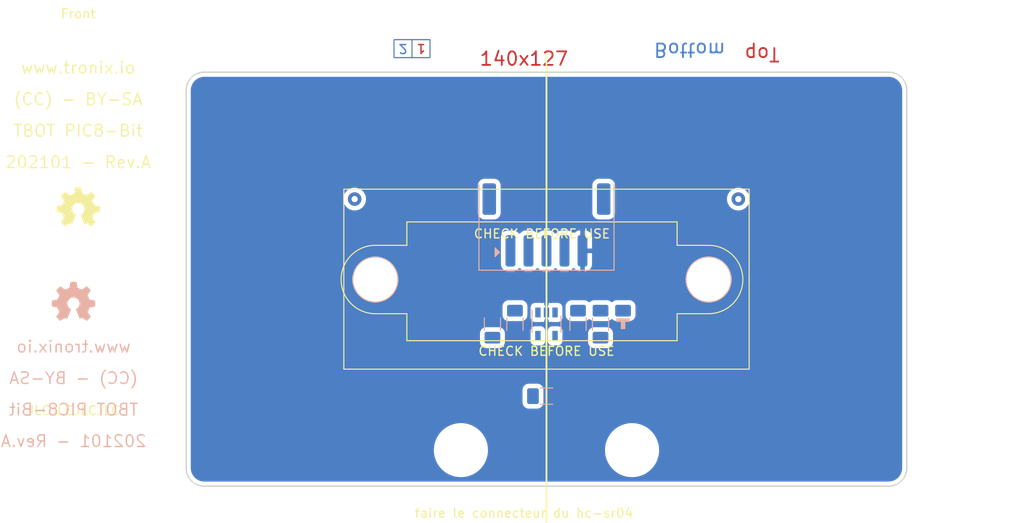
<source format=kicad_pcb>
(kicad_pcb (version 20210126) (generator pcbnew)
  (title_block (title "TBOT - Charger - 2x18650") (date "01/2021") (rev "A"))
  (layers (0 "F.Cu" signal) (31 "B.Cu" signal) (34 "B.Paste" user) (35 "F.Paste" user) (36 "B.SilkS" user "B.Silkscreen") (37 "F.SilkS" user "F.Silkscreen") (38 "B.Mask" user) (39 "F.Mask" user) (44 "Edge.Cuts" user))
  (net 0 "")
  (net 1 "GND")
  (net 2 "VCC")
  (net 3 "+5V")
  (net 4 "ENABLE")
  (net 5 "Net-(LED1-Pad2)")
  (footprint "tronixALL:M3-MASK" (layer "F.Cu") (at 149.5 146)
    (fp_text reference "H2" hide)
    (fp_text value "MOUNTING-HOLE-MASK-3MM" hide)
    (pad "" np_thru_hole circle (at 0 0) (size 3 3) (drill 3) (layers F&B.Cu *.Mask) (clearance 1.5))
  )
  (footprint "tronixALL:OSHW-5MM" (layer "F.Cu") (at 88 119)
    (fp_text reference "G***" hide)
    (fp_text value "LOGO" hide)
    (fp_poly (pts (xy 0.112503 -2.205305) (xy 0.188585 -2.204991) (xy 0.245175 -2.204139) (xy 0.285349 -2.202485) (xy 0.312183 -2.19976) (xy 0.328754 -2.195697) (xy 0.338137 -2.190029) (xy 0.343407 -2.182489) (xy 0.346067 -2.176502) (xy 0.351819 -2.155872) (xy 0.361219 -2.114019) (xy 0.373445 -2.054971) (xy 0.387673 -1.982754) (xy 0.403082 -1.901397) (xy 0.410766 -1.859685) (xy 0.426304 -1.776128) (xy 0.440921 -1.700487) (xy 0.453831 -1.636607) (xy 0.464245 -1.58833) (xy 0.471376 -1.559501) (xy 0.473495 -1.553524) (xy 0.487624 -1.543829) (xy 0.520987 -1.52669) (xy 0.568967 -1.504087) (xy 0.626948 -1.477998) (xy 0.690314 -1.450405) (xy 0.754449 -1.423285) (xy 0.814737 -1.398618) (xy 0.866561 -1.378383) (xy 0.905305 -1.36456) (xy 0.926354 -1.359128) (xy 0.92691 -1.359112) (xy 0.941518 -1.366107) (xy 0.97411 -1.385773) (xy 1.021624 -1.416127) (xy 1.080997 -1.455189) (xy 1.149167 -1.500978) (xy 1.204337 -1.538617) (xy 1.276991 -1.58813) (xy 1.343025 -1.632413) (xy 1.399403 -1.669487) (xy 1.443088 -1.697374) (xy 1.471043 -1.714097) (xy 1.47988 -1.718122) (xy 1.493641 -1.709282) (xy 1.521915 -1.684807) (xy 1.561669 -1.647768) (xy 1.609873 -1.601234) (xy 1.663495 -1.548276) (xy 1.719505 -1.491962) (xy 1.774871 -1.435363) (xy 1.826562 -1.381549) (xy 1.871548 -1.33359) (xy 1.906797 -1.294555) (xy 1.929278 -1.267514) (xy 1.936093 -1.256075) (xy 1.930212 -1.239792) (xy 1.912193 -1.207543) (xy 1.881475 -1.158462) (xy 1.837495 -1.091686) (xy 1.779689 -1.00635) (xy 1.707495 -0.901591) (xy 1.671879 -0.850344) (xy 1.638824 -0.80126) (xy 1.612148 -0.758563) (xy 1.594893 -0.727324) (xy 1.589904 -0.713655) (xy 1.594754 -0.697334) (xy 1.608013 -0.662128) (xy 1.62775 -0.612617) (xy 1.652031 -0.55338) (xy 1.678922 -0.488996) (xy 1.706491 -0.424047) (xy 1.732803 -0.363111) (xy 1.755927 -0.310768) (xy 1.773928 -0.271598) (xy 1.784874 -0.25018) (xy 1.786526 -0.247868) (xy 1.800495 -0.243726) (xy 1.836105 -0.235699) (xy 1.889773 -0.224522) (xy 1.957915 -0.210929) (xy 2.036948 -0.195656) (xy 2.090365 -0.185568) (xy 2.175183 -0.169544) (xy 2.252099 -0.15474) (xy 2.317349 -0.141901) (xy 2.367173 -0.131773) (xy 2.397809 -0.125104) (xy 2.405431 -0.123066) (xy 2.411063 -0.116814) (xy 2.415426 -0.101095) (xy 2.418668 -0.073197) (xy 2.420933 -0.030409) (xy 2.422366 0.02998) (xy 2.423114 0.110684) (xy 2.423321 0.210293) (xy 2.423202 0.310587) (xy 2.422711 0.388201) (xy 2.421649 0.446096) (xy 2.419816 0.487237) (xy 2.417013 0.514584) (xy 2.41304 0.531101) (xy 2.407697 0.53975) (xy 2.400883 0.543466) (xy 2.378661 0.548625) (xy 2.338314 0.556746) (xy 2.286985 0.566415) (xy 2.263049 0.570744) (xy 2.127407 0.595376) (xy 2.016332 0.616479) (xy 1.929018 0.634225) (xy 1.864656 0.64879) (xy 1.82244 0.660347) (xy 1.801562 0.66907) (xy 1.79987 0.670496) (xy 1.791465 0.686078) (xy 1.775685 0.720992) (xy 1.754362 0.770707) (xy 1.729327 0.830694) (xy 1.702414 0.896422) (xy 1.675454 0.96336) (xy 1.650281 1.026979) (xy 1.628726 1.082748) (xy 1.612622 1.126137) (xy 1.603801 1.152615) (xy 1.602692 1.157988) (xy 1.610028 1.172767) (xy 1.63143 1.207108) (xy 1.666036 1.259722) (xy 1.712983 1.329322) (xy 1.771408 1.414621) (xy 1.840447 1.51433) (xy 1.867654 1.553391) (xy 1.897811 1.599113) (xy 1.921185 1.639288) (xy 1.934376 1.667841) (xy 1.936093 1.675677) (xy 1.927103 1.692014) (xy 1.901418 1.723855) (xy 1.860965 1.769075) (xy 1.807672 1.82555) (xy 1.743466 1.891154) (xy 1.71296 1.921664) (xy 1.643302 1.990709) (xy 1.589314 2.043494) (xy 1.548612 2.081971) (xy 1.518813 2.108091) (xy 1.497532 2.123805) (xy 1.482386 2.131066) (xy 1.470991 2.131825) (xy 1.460964 2.128033) (xy 1.460917 2.128008) (xy 1.441892 2.116253) (xy 1.405419 2.09234) (xy 1.355138 2.058707) (xy 1.294686 2.017792) (xy 1.227702 1.972033) (xy 1.210483 1.960205) (xy 1.143557 1.914694) (xy 1.083189 1.874607) (xy 1.032748 1.842104) (xy 0.995605 1.819344) (xy 0.975129 1.808488) (xy 0.972784 1.807875) (xy 0.955044 1.813477) (xy 0.920428 1.82855) (xy 0.874685 1.850498) (xy 0.843591 1.866246) (xy 0.794692 1.890329) (xy 0.754091 1.908142) (xy 0.727189 1.917434) (xy 0.719661 1.917874) (xy 0.71184 1.904564) (xy 0.695873 1.87093) (xy 0.673276 1.820398) (xy 0.645566 1.756397) (xy 0.614262 1.682354) (xy 0.595951 1.638326) (xy 0.555205 1.539832) (xy 0.509885 1.430374) (xy 0.463588 1.318629) (xy 0.419909 1.213275) (xy 0.382617 1.123407) (xy 0.352192 1.049365) (xy 0.325466 0.982847) (xy 0.303922 0.927668) (xy 0.289044 0.887646) (xy 0.282318 0.866596) (xy 0.28208 0.86489) (xy 0.291868 0.850064) (xy 0.317767 0.825757) (xy 0.354572 0.796754) (xy 0.362216 0.791216) (xy 0.47362 0.699405) (xy 0.560778 0.600114) (xy 0.624272 0.492284) (xy 0.664684 0.374854) (xy 0.682594 0.246763) (xy 0.683668 0.205149) (xy 0.672966 0.079705) (xy 0.639876 -0.035509) (xy 0.583362 -0.143051) (xy 0.502387 -0.245478) (xy 0.500128 -0.247901) (xy 0.404266 -0.332655) (xy 0.297367 -0.395917) (xy 0.182586 -0.437559) (xy 0.063074 -0.45745) (xy -0.058015 -0.455461) (xy -0.177529 -0.431461) (xy -0.292317 -0.38532) (xy -0.399224 -0.316909) (xy -0.435557 -0.286461) (xy -0.524789 -0.19034) (xy -0.590858 -0.083248) (xy -0.63358 0.034398) (xy -0.65277 0.162186) (xy -0.653912 0.203806) (xy -0.64477 0.331905) (xy -0.616397 0.446756) (xy -0.567372 0.551025) (xy -0.496276 0.647379) (xy -0.401689 0.738486) (xy -0.345898 0.782346) (xy -0.305473 0.814275) (xy -0.274554 0.84243) (xy -0.257973 0.862253) (xy -0.256436 0.866724) (xy -0.261189 0.882472) (xy -0.274692 0.919019) (xy -0.295811 0.973504) (xy -0.323413 1.043065) (xy -0.356365 1.124837) (xy -0.393532 1.21596) (xy -0.424781 1.291835) (xy -0.466473 1.392714) (xy -0.506757 1.490316) (xy -0.54414 1.581016) (xy -0.57713 1.661187) (xy -0.604234 1.727202) (xy -0.623959 1.775436) (xy -0.631922 1.795053) (xy -0.656173 1.85428) (xy -0.675445 1.89208) (xy -0.695005 1.910535) (xy -0.720119 1.911726) (xy -0.756055 1.897735) (xy -0.80808 1.870643) (xy -0.814523 1.867212) (xy -0.863833 1.841835) (xy -0.905672 1.821875) (xy -0.934272 1.810004) (xy -0.942679 1.807875) (xy -0.957624 1.814831) (xy -0.990452 1.834339) (xy -1.037961 1.864353) (xy -1.096948 1.902829) (xy -1.164211 1.947723) (xy -1.20379 1.974558) (xy -1.273782 2.022017) (xy -1.336742 2.064219) (xy -1.389581 2.099132) (xy -1.429212 2.124728) (xy -1.452547 2.138976) (xy -1.457362 2.141242) (xy -1.468597 2.132572) (xy -1.495354 2.108206) (xy -1.53505 2.070611) (xy -1.585104 2.022252) (xy -1.642932 1.965596) (xy -1.688443 1.920545) (xy -1.754363 1.854061) (xy -1.811428 1.794627) (xy -1.857492 1.744605) (xy -1.890411 1.706358) (xy -1.908038 1.682247) (xy -1.910449 1.676115) (xy -1.903342 1.656709) (xy -1.88402 1.621725) (xy -1.855484 1.576225) (xy -1.822794 1.528185) (xy -1.761853 1.44109) (xy -1.706889 1.361082) (xy -1.659529 1.29063) (xy -1.621397 1.232204) (xy -1.594118 1.188276) (xy -1.579316 1.161316) (xy -1.577082 1.154608) (xy -1.581837 1.136716) (xy -1.594857 1.099854) (xy -1.614275 1.048609) (xy -1.638222 0.987568) (xy -1.664831 0.921316) (xy -1.692235 0.854442) (xy -1.718566 0.791531) (xy -1.741957 0.737171) (xy -1.76054 0.695948) (xy -1.772447 0.672449) (xy -1.774702 0.66925) (xy -1.791569 0.66222) (xy -1.829891 0.651729) (xy -1.885847 0.638647) (xy -1.955617 0.623842) (xy -2.035381 0.608183) (xy -2.07828 0.60022) (xy -2.161621 0.584627) (xy -2.236906 0.569745) (xy -2.300315 0.556391) (xy -2.348033 0.545387) (xy -2.37624 0.537551) (xy -2.381867 0.535051) (xy -2.387099 0.524908) (xy -2.390991 0.502231) (xy -2.393638 0.46456) (xy -2.395134 0.409435) (xy -2.395573 0.334397) (xy -2.39505 0.236985) (xy -2.394689 0.200194) (xy -2.391267 -0.121807) (xy -2.282282 -0.143659) (xy -2.229898 -0.153965) (xy -2.160108 -0.167419) (xy -2.080727 -0.182526) (xy -1.999569 -0.197795) (xy -1.970053 -0.203298) (xy -1.900658 -0.216734) (xy -1.840162 -0.229455) (xy -1.793065 -0.240437) (xy -1.763866 -0.248652) (xy -1.756665 -0.251967) (xy -1.746988 -0.268752) (xy -1.729936 -0.304533) (xy -1.707477 -0.354612) (xy -1.681582 -0.414291) (xy -1.654218 -0.478872) (xy -1.627353 -0.543658) (xy -1.602957 -0.60395) (xy -1.582998 -0.65505) (xy -1.569445 -0.692261) (xy -1.564266 -0.710885) (xy -1.564261 -0.711124) (xy -1.571273 -0.727773) (xy -1.590937 -0.762151) (xy -1.621195 -0.810982) (xy -1.659988 -0.870991) (xy -1.705259 -0.938901) (xy -1.732615 -0.979077) (xy -1.780965 -1.050145) (xy -1.82446 -1.115201) (xy -1.860949 -1.170937) (xy -1.888284 -1.214046) (xy -1.904314 -1.24122) (xy -1.907531 -1.248169) (xy -1.904717 -1.261112) (xy -1.890381 -1.283286) (xy -1.863069 -1.316351) (xy -1.821325 -1.361969) (xy -1.763692 -1.421801) (xy -1.691232 -1.494988) (xy -1.628982 -1.55669) (xy -1.572135 -1.611849) (xy -1.523344 -1.657988) (xy -1.485263 -1.692627) (xy -1.460542 -1.713289) (xy -1.452414 -1.718122) (xy -1.437782 -1.711105) (xy -1.405251 -1.6914) (xy -1.357928 -1.661025) (xy -1.298923 -1.621998) (xy -1.231343 -1.576338) (xy -1.183018 -1.543181) (xy -1.111112 -1.493886) (xy -1.04544 -1.44951) (xy -0.989183 -1.41215) (xy -0.945519 -1.383901) (xy -0.917627 -1.36686) (xy -0.90944 -1.362781) (xy -0.891885 -1.365776) (xy -0.855505 -1.377082) (xy -0.805012 -1.394838) (xy -0.745121 -1.417183) (xy -0.680546 -1.442257) (xy -0.616001 -1.468199) (xy -0.5562 -1.493147) (xy -0.505857 -1.515243) (xy -0.469686 -1.532623) (xy -0.45278 -1.543038) (xy -0.446293 -1.559308) (xy -0.436108 -1.597206) (xy -0.423041 -1.653118) (xy -0.407909 -1.723429) (xy -0.391528 -1.804525) (xy -0.378917 -1.870225) (xy -0.362481 -1.956759) (xy -0.347254 -2.035011) (xy -0.333961 -2.101421) (xy -0.323321 -2.152432) (xy -0.316058 -2.184486) (xy -0.31324 -2.193976) (xy -0.299005 -2.197095) (xy -0.262664 -2.199887) (xy -0.207755 -2.20223) (xy -0.137813 -2.204) (xy -0.056376 -2.205075) (xy 0.013853 -2.205351)) (layer "F.SilkS") (width 0) (fill solid))
  )
  (footprint "tronixALL:SHARP-GP2Y0A21" (layer "F.Cu") (at 139.5 127.0375)
    (fp_text reference "IR1" hide)
    (fp_text value "SHARP-GP2Y0A21")
    (fp_text user "CHECK BEFORE USE" (at 0 -5.08 unlocked) (layer "F.SilkS"))
    (fp_circle (center 18.5 0) (end 21 0) (layer "B.SilkS") (width 0.12) (fill none))
    (fp_circle (center -18.5 0) (end -16 0) (layer "B.SilkS") (width 0.12) (fill none))
    (fp_line (start -15 -3.8) (end -18.5 -3.8) (layer "F.SilkS") (width 0.12))
    (fp_line (start 15 -3.8) (end 15 -6.4) (layer "F.SilkS") (width 0.12))
    (fp_line (start 15 6.8) (end 15 3.8) (layer "F.SilkS") (width 0.12))
    (fp_line (start -15 -6.4) (end 15 -6.4) (layer "F.SilkS") (width 0.12))
    (fp_line (start 18.5 -3.8) (end 15 -3.8) (layer "F.SilkS") (width 0.12))
    (fp_line (start 15 3.8) (end 18.5 3.8) (layer "F.SilkS") (width 0.12))
    (fp_line (start -18.5 3.8) (end -15 3.8) (layer "F.SilkS") (width 0.12))
    (fp_line (start -15 6.8) (end 15 6.8) (layer "F.SilkS") (width 0.12))
    (fp_line (start -15 3.8) (end -15 6.8) (layer "F.SilkS") (width 0.12))
    (fp_line (start -15 -6.4) (end -15 -3.8) (layer "F.SilkS") (width 0.12))
    (fp_arc (start 18.5 0) (end 18.5 3.8) (angle -180) (layer "F.SilkS") (width 0.12))
    (fp_arc (start -18.5 0) (end -18.5 3.8) (angle 180) (layer "F.SilkS") (width 0.12))
    (pad "" np_thru_hole circle (at -18.5 0) (size 3 3) (drill 3) (layers F&B.Cu *.Mask) (clearance 1))
    (pad "" np_thru_hole circle (at 18.5 0) (size 3 3) (drill 3) (layers F&B.Cu *.Mask) (clearance 1))
  )
  (footprint "tronixALL:M3-MASK" (layer "F.Cu") (at 130.5 146)
    (fp_text reference "H1" hide)
    (fp_text value "MOUNTING-HOLE-MASK-3MM" hide)
    (pad "" np_thru_hole circle (at 0 0) (size 3 3) (drill 3) (layers F&B.Cu *.Mask) (clearance 1.5))
  )
  (footprint "tronixALL:HC-SR04" (layer "F.Cu") (at 140 127)
    (fp_text reference "HC1" hide)
    (fp_text value "HC-SR04")
    (fp_text user "CHECK BEFORE USE" (at 0 8 unlocked) (layer "F.SilkS"))
    (fp_rect (start -22.5 10) (end 22.5 -10) (layer "F.SilkS") (width 0.12) (fill none))
    (pad "MP" thru_hole circle (at -21.3 -8.9) (size 1.5 1.5) (drill 0.7) (layers *.Cu *.Mask))
    (pad "MP" thru_hole circle (at 21.3 -8.9) (size 1.5 1.5) (drill 0.7) (layers *.Cu *.Mask))
  )
  (footprint "tronixALL:CAPACITOR_1206" (layer "B.Cu") (at 136.5 132 -90)
    (fp_text reference "C1" hide)
    (fp_text value "C")
    (fp_line (start -0.7 -0.9) (end 0.7 -0.9) (layer "B.SilkS") (width 0.12))
    (fp_line (start -0.7 0.9) (end 0.7 0.9) (layer "B.SilkS") (width 0.12))
    (pad "1" smd roundrect (at -1.5 0 270) (size 1.3 1.75) (layers "B.Cu" "B.Paste" "B.Mask") (roundrect_rratio 0.154) (net 2 "VCC"))
    (pad "2" smd roundrect (at 1.5 0 270) (size 1.3 1.75) (layers "B.Cu" "B.Paste" "B.Mask") (roundrect_rratio 0.154) (net 1 "GND"))
  )
  (footprint "tronixALL:RESISTOR_1206" (layer "B.Cu") (at 146 132 90)
    (fp_text reference "R2" hide)
    (fp_text value "R")
    (fp_line (start -0.7 -0.9) (end 0.7 -0.9) (layer "B.SilkS") (width 0.12))
    (fp_line (start -0.7 0.9) (end 0.7 0.9) (layer "B.SilkS") (width 0.12))
    (pad "1" smd roundrect (at -1.5 0 90) (size 1.3 1.75) (layers "B.Cu" "B.Paste" "B.Mask") (roundrect_rratio 0.154) (net 3 "+5V"))
    (pad "2" smd roundrect (at 1.5 0 90) (size 1.3 1.75) (layers "B.Cu" "B.Paste" "B.Mask") (roundrect_rratio 0.154) (net 5 "Net-(LED1-Pad2)"))
  )
  (footprint "tronixALL:CAPACITOR_1206" (layer "B.Cu") (at 140 140)
    (fp_text reference "C3" hide)
    (fp_text value "C")
    (fp_line (start -0.7 0.9) (end 0.7 0.9) (layer "B.SilkS") (width 0.12))
    (fp_line (start -0.7 -0.9) (end 0.7 -0.9) (layer "B.SilkS") (width 0.12))
    (pad "1" smd roundrect (at -1.5 0) (size 1.3 1.75) (layers "B.Cu" "B.Paste" "B.Mask") (roundrect_rratio 0.154))
    (pad "2" smd roundrect (at 1.5 0) (size 1.3 1.75) (layers "B.Cu" "B.Paste" "B.Mask") (roundrect_rratio 0.154) (net 1 "GND"))
  )
  (footprint "tronixALL:RESISTOR_1206" (layer "B.Cu") (at 143.5 132 -90)
    (fp_text reference "R1" hide)
    (fp_text value "R")
    (fp_line (start -0.7 -0.9) (end 0.7 -0.9) (layer "B.SilkS") (width 0.12))
    (fp_line (start -0.7 0.9) (end 0.7 0.9) (layer "B.SilkS") (width 0.12))
    (pad "1" smd roundrect (at -1.5 0 270) (size 1.3 1.75) (layers "B.Cu" "B.Paste" "B.Mask") (roundrect_rratio 0.154) (net 4 "ENABLE"))
    (pad "2" smd roundrect (at 1.5 0 270) (size 1.3 1.75) (layers "B.Cu" "B.Paste" "B.Mask") (roundrect_rratio 0.154) (net 1 "GND"))
  )
  (footprint "tronixALL:SOT-23-5" (layer "B.Cu") (at 140 132 -90)
    (fp_text reference "IC1" hide)
    (fp_text value "MCP1755-SOT23")
    (fp_line (start 0.9 1.61) (end -1.55 1.61) (layer "B.SilkS") (width 0.12))
    (fp_line (start -0.9 -1.61) (end 0.9 -1.61) (layer "B.SilkS") (width 0.12))
    (pad "1" smd rect (at -1.3 0.95 270) (size 1.1 0.6) (layers "B.Cu" "B.Paste" "B.Mask") (net 2 "VCC"))
    (pad "2" smd rect (at -1.3 0 270) (size 1.1 0.6) (layers "B.Cu" "B.Paste" "B.Mask") (net 1 "GND"))
    (pad "3" smd rect (at -1.3 -0.95 270) (size 1.1 0.6) (layers "B.Cu" "B.Paste" "B.Mask") (net 4 "ENABLE"))
    (pad "4" smd rect (at 1.3 -0.95 270) (size 1.1 0.6) (layers "B.Cu" "B.Paste" "B.Mask"))
    (pad "5" smd rect (at 1.3 0.95 270) (size 1.1 0.6) (layers "B.Cu" "B.Paste" "B.Mask") (net 3 "+5V"))
  )
  (footprint "tronixALL:CAPACITOR_1206" (layer "B.Cu") (at 134 132 90)
    (fp_text reference "C2" hide)
    (fp_text value "C")
    (fp_line (start -0.7 0.9) (end 0.7 0.9) (layer "B.SilkS") (width 0.12))
    (fp_line (start -0.7 -0.9) (end 0.7 -0.9) (layer "B.SilkS") (width 0.12))
    (pad "1" smd roundrect (at -1.5 0 90) (size 1.3 1.75) (layers "B.Cu" "B.Paste" "B.Mask") (roundrect_rratio 0.154) (net 3 "+5V"))
    (pad "2" smd roundrect (at 1.5 0 90) (size 1.3 1.75) (layers "B.Cu" "B.Paste" "B.Mask") (roundrect_rratio 0.154) (net 1 "GND"))
  )
  (footprint "tronixALL:JST-S5B-PH-SM4-TB" (layer "B.Cu") (at 140 121)
    (fp_text reference "K1" hide)
    (fp_text value "JST-PH-S5B-SM4-TB")
    (fp_line (start -7.5 -4.5) (end -7.5 5) (layer "B.SilkS") (width 0.12))
    (fp_line (start -7.5 5) (end 7.5 5) (layer "B.SilkS") (width 0.12))
    (fp_line (start 7.5 5) (end 7.5 -4.5) (layer "B.SilkS") (width 0.12))
    (fp_poly (pts (xy -5.21 3.01) (xy -5.71 2.51) (xy -5.71 3.51)) (layer "B.SilkS") (width 0.1) (fill solid))
    (pad "1" smd roundrect (at -4 2.85) (size 1.1 3.5) (layers "B.Cu" "B.Paste" "B.Mask") (net 2 "VCC"))
    (pad "2" smd roundrect (at -2 2.85) (size 1.1 3.5) (layers "B.Cu" "B.Paste" "B.Mask") (net 4 "ENABLE"))
    (pad "3" smd roundrect (at 0 2.85) (size 1.1 3.5) (layers "B.Cu" "B.Paste" "B.Mask"))
    (pad "4" smd roundrect (at 2 2.85) (size 1.1 3.5) (layers "B.Cu" "B.Paste" "B.Mask"))
    (pad "5" smd roundrect (at 4 2.85) (size 1.1 3.5) (layers "B.Cu" "B.Paste" "B.Mask") (net 1 "GND"))
    (pad "MP" smd roundrect (at 6.35 -2.9) (size 1.5 3.5) (layers "B.Cu" "B.Paste" "B.Mask") (roundrect_rratio 0.167))
    (pad "MP" smd roundrect (at -6.35 -2.9) (size 1.5 3.5) (layers "B.Cu" "B.Paste" "B.Mask") (roundrect_rratio 0.167))
  )
  (footprint "tronixALL:LED_1206" (layer "B.Cu") (at 148.5 132 90)
    (fp_text reference "LED1" hide)
    (fp_text value "LED")
    (fp_poly (pts (xy 0.6 -0.7) (xy 0.3 -0.7) (xy 0.3 -0.2) (xy -0.5 -0.2) (xy -0.5 0.2) (xy 0.3 0.2) (xy 0.3 0.7) (xy 0.6 0.7)) (layer "B.SilkS") (width 0.1) (fill solid))
    (pad "1" smd roundrect (at -1.5 0 90) (size 1.3 1.75) (layers "B.Cu" "B.Paste" "B.Mask") (roundrect_rratio 0.154) (net 1 "GND"))
    (pad "2" smd roundrect (at 1.5 0 90) (size 1.3 1.75) (layers "B.Cu" "B.Paste" "B.Mask") (roundrect_rratio 0.154) (net 5 "Net-(LED1-Pad2)"))
  )
  (footprint "tronixALL:OSHW-5MM" (layer "B.Cu") (at 87.5 129.5 180)
    (fp_text reference "G***" hide)
    (fp_text value "LOGO" hide)
    (fp_poly (pts (xy 0.112503 2.205305) (xy 0.188585 2.204991) (xy 0.245175 2.204139) (xy 0.285349 2.202485) (xy 0.312183 2.19976) (xy 0.328754 2.195697) (xy 0.338137 2.190029) (xy 0.343407 2.182489) (xy 0.346067 2.176502) (xy 0.351819 2.155872) (xy 0.361219 2.114019) (xy 0.373445 2.054971) (xy 0.387673 1.982754) (xy 0.403082 1.901397) (xy 0.410766 1.859685) (xy 0.426304 1.776128) (xy 0.440921 1.700487) (xy 0.453831 1.636607) (xy 0.464245 1.58833) (xy 0.471376 1.559501) (xy 0.473495 1.553524) (xy 0.487624 1.543829) (xy 0.520987 1.52669) (xy 0.568967 1.504087) (xy 0.626948 1.477998) (xy 0.690314 1.450405) (xy 0.754449 1.423285) (xy 0.814737 1.398618) (xy 0.866561 1.378383) (xy 0.905305 1.36456) (xy 0.926354 1.359128) (xy 0.92691 1.359112) (xy 0.941518 1.366107) (xy 0.97411 1.385773) (xy 1.021624 1.416127) (xy 1.080997 1.455189) (xy 1.149167 1.500978) (xy 1.204337 1.538617) (xy 1.276991 1.58813) (xy 1.343025 1.632413) (xy 1.399403 1.669487) (xy 1.443088 1.697374) (xy 1.471043 1.714097) (xy 1.47988 1.718122) (xy 1.493641 1.709282) (xy 1.521915 1.684807) (xy 1.561669 1.647768) (xy 1.609873 1.601234) (xy 1.663495 1.548276) (xy 1.719505 1.491962) (xy 1.774871 1.435363) (xy 1.826562 1.381549) (xy 1.871548 1.33359) (xy 1.906797 1.294555) (xy 1.929278 1.267514) (xy 1.936093 1.256075) (xy 1.930212 1.239792) (xy 1.912193 1.207543) (xy 1.881475 1.158462) (xy 1.837495 1.091686) (xy 1.779689 1.00635) (xy 1.707495 0.901591) (xy 1.671879 0.850344) (xy 1.638824 0.80126) (xy 1.612148 0.758563) (xy 1.594893 0.727324) (xy 1.589904 0.713655) (xy 1.594754 0.697334) (xy 1.608013 0.662128) (xy 1.62775 0.612617) (xy 1.652031 0.55338) (xy 1.678922 0.488996) (xy 1.706491 0.424047) (xy 1.732803 0.363111) (xy 1.755927 0.310768) (xy 1.773928 0.271598) (xy 1.784874 0.25018) (xy 1.786526 0.247868) (xy 1.800495 0.243726) (xy 1.836105 0.235699) (xy 1.889773 0.224522) (xy 1.957915 0.210929) (xy 2.036948 0.195656) (xy 2.090365 0.185568) (xy 2.175183 0.169544) (xy 2.252099 0.15474) (xy 2.317349 0.141901) (xy 2.367173 0.131773) (xy 2.397809 0.125104) (xy 2.405431 0.123066) (xy 2.411063 0.116814) (xy 2.415426 0.101095) (xy 2.418668 0.073197) (xy 2.420933 0.030409) (xy 2.422366 -0.02998) (xy 2.423114 -0.110684) (xy 2.423321 -0.210293) (xy 2.423202 -0.310587) (xy 2.422711 -0.388201) (xy 2.421649 -0.446096) (xy 2.419816 -0.487237) (xy 2.417013 -0.514584) (xy 2.41304 -0.531101) (xy 2.407697 -0.53975) (xy 2.400883 -0.543466) (xy 2.378661 -0.548625) (xy 2.338314 -0.556746) (xy 2.286985 -0.566415) (xy 2.263049 -0.570744) (xy 2.127407 -0.595376) (xy 2.016332 -0.616479) (xy 1.929018 -0.634225) (xy 1.864656 -0.64879) (xy 1.82244 -0.660347) (xy 1.801562 -0.66907) (xy 1.79987 -0.670496) (xy 1.791465 -0.686078) (xy 1.775685 -0.720992) (xy 1.754362 -0.770707) (xy 1.729327 -0.830694) (xy 1.702414 -0.896422) (xy 1.675454 -0.96336) (xy 1.650281 -1.026979) (xy 1.628726 -1.082748) (xy 1.612622 -1.126137) (xy 1.603801 -1.152615) (xy 1.602692 -1.157988) (xy 1.610028 -1.172767) (xy 1.63143 -1.207108) (xy 1.666036 -1.259722) (xy 1.712983 -1.329322) (xy 1.771408 -1.414621) (xy 1.840447 -1.51433) (xy 1.867654 -1.553391) (xy 1.897811 -1.599113) (xy 1.921185 -1.639288) (xy 1.934376 -1.667841) (xy 1.936093 -1.675677) (xy 1.927103 -1.692014) (xy 1.901418 -1.723855) (xy 1.860965 -1.769075) (xy 1.807672 -1.82555) (xy 1.743466 -1.891154) (xy 1.71296 -1.921664) (xy 1.643302 -1.990709) (xy 1.589314 -2.043494) (xy 1.548612 -2.081971) (xy 1.518813 -2.108091) (xy 1.497532 -2.123805) (xy 1.482386 -2.131066) (xy 1.470991 -2.131825) (xy 1.460964 -2.128033) (xy 1.460917 -2.128008) (xy 1.441892 -2.116253) (xy 1.405419 -2.09234) (xy 1.355138 -2.058707) (xy 1.294686 -2.017792) (xy 1.227702 -1.972033) (xy 1.210483 -1.960205) (xy 1.143557 -1.914694) (xy 1.083189 -1.874607) (xy 1.032748 -1.842104) (xy 0.995605 -1.819344) (xy 0.975129 -1.808488) (xy 0.972784 -1.807875) (xy 0.955044 -1.813477) (xy 0.920428 -1.82855) (xy 0.874685 -1.850498) (xy 0.843591 -1.866246) (xy 0.794692 -1.890329) (xy 0.754091 -1.908142) (xy 0.727189 -1.917434) (xy 0.719661 -1.917874) (xy 0.71184 -1.904564) (xy 0.695873 -1.87093) (xy 0.673276 -1.820398) (xy 0.645566 -1.756397) (xy 0.614262 -1.682354) (xy 0.595951 -1.638326) (xy 0.555205 -1.539832) (xy 0.509885 -1.430374) (xy 0.463588 -1.318629) (xy 0.419909 -1.213275) (xy 0.382617 -1.123407) (xy 0.352192 -1.049365) (xy 0.325466 -0.982847) (xy 0.303922 -0.927668) (xy 0.289044 -0.887646) (xy 0.282318 -0.866596) (xy 0.28208 -0.86489) (xy 0.291868 -0.850064) (xy 0.317767 -0.825757) (xy 0.354572 -0.796754) (xy 0.362216 -0.791216) (xy 0.47362 -0.699405) (xy 0.560778 -0.600114) (xy 0.624272 -0.492284) (xy 0.664684 -0.374854) (xy 0.682594 -0.246763) (xy 0.683668 -0.205149) (xy 0.672966 -0.079705) (xy 0.639876 0.035509) (xy 0.583362 0.143051) (xy 0.502387 0.245478) (xy 0.500128 0.247901) (xy 0.404266 0.332655) (xy 0.297367 0.395917) (xy 0.182586 0.437559) (xy 0.063074 0.45745) (xy -0.058015 0.455461) (xy -0.177529 0.431461) (xy -0.292317 0.38532) (xy -0.399224 0.316909) (xy -0.435557 0.286461) (xy -0.524789 0.19034) (xy -0.590858 0.083248) (xy -0.63358 -0.034398) (xy -0.65277 -0.162186) (xy -0.653912 -0.203806) (xy -0.64477 -0.331905) (xy -0.616397 -0.446756) (xy -0.567372 -0.551025) (xy -0.496276 -0.647379) (xy -0.401689 -0.738486) (xy -0.345898 -0.782346) (xy -0.305473 -0.814275) (xy -0.274554 -0.84243) (xy -0.257973 -0.862253) (xy -0.256436 -0.866724) (xy -0.261189 -0.882472) (xy -0.274692 -0.919019) (xy -0.295811 -0.973504) (xy -0.323413 -1.043065) (xy -0.356365 -1.124837) (xy -0.393532 -1.21596) (xy -0.424781 -1.291835) (xy -0.466473 -1.392714) (xy -0.506757 -1.490316) (xy -0.54414 -1.581016) (xy -0.57713 -1.661187) (xy -0.604234 -1.727202) (xy -0.623959 -1.775436) (xy -0.631922 -1.795053) (xy -0.656173 -1.85428) (xy -0.675445 -1.89208) (xy -0.695005 -1.910535) (xy -0.720119 -1.911726) (xy -0.756055 -1.897735) (xy -0.80808 -1.870643) (xy -0.814523 -1.867212) (xy -0.863833 -1.841835) (xy -0.905672 -1.821875) (xy -0.934272 -1.810004) (xy -0.942679 -1.807875) (xy -0.957624 -1.814831) (xy -0.990452 -1.834339) (xy -1.037961 -1.864353) (xy -1.096948 -1.902829) (xy -1.164211 -1.947723) (xy -1.20379 -1.974558) (xy -1.273782 -2.022017) (xy -1.336742 -2.064219) (xy -1.389581 -2.099132) (xy -1.429212 -2.124728) (xy -1.452547 -2.138976) (xy -1.457362 -2.141242) (xy -1.468597 -2.132572) (xy -1.495354 -2.108206) (xy -1.53505 -2.070611) (xy -1.585104 -2.022252) (xy -1.642932 -1.965596) (xy -1.688443 -1.920545) (xy -1.754363 -1.854061) (xy -1.811428 -1.794627) (xy -1.857492 -1.744605) (xy -1.890411 -1.706358) (xy -1.908038 -1.682247) (xy -1.910449 -1.676115) (xy -1.903342 -1.656709) (xy -1.88402 -1.621725) (xy -1.855484 -1.576225) (xy -1.822794 -1.528185) (xy -1.761853 -1.44109) (xy -1.706889 -1.361082) (xy -1.659529 -1.29063) (xy -1.621397 -1.232204) (xy -1.594118 -1.188276) (xy -1.579316 -1.161316) (xy -1.577082 -1.154608) (xy -1.581837 -1.136716) (xy -1.594857 -1.099854) (xy -1.614275 -1.048609) (xy -1.638222 -0.987568) (xy -1.664831 -0.921316) (xy -1.692235 -0.854442) (xy -1.718566 -0.791531) (xy -1.741957 -0.737171) (xy -1.76054 -0.695948) (xy -1.772447 -0.672449) (xy -1.774702 -0.66925) (xy -1.791569 -0.66222) (xy -1.829891 -0.651729) (xy -1.885847 -0.638647) (xy -1.955617 -0.623842) (xy -2.035381 -0.608183) (xy -2.07828 -0.60022) (xy -2.161621 -0.584627) (xy -2.236906 -0.569745) (xy -2.300315 -0.556391) (xy -2.348033 -0.545387) (xy -2.37624 -0.537551) (xy -2.381867 -0.535051) (xy -2.387099 -0.524908) (xy -2.390991 -0.502231) (xy -2.393638 -0.46456) (xy -2.395134 -0.409435) (xy -2.395573 -0.334397) (xy -2.39505 -0.236985) (xy -2.394689 -0.200194) (xy -2.391267 0.121807) (xy -2.282282 0.143659) (xy -2.229898 0.153965) (xy -2.160108 0.167419) (xy -2.080727 0.182526) (xy -1.999569 0.197795) (xy -1.970053 0.203298) (xy -1.900658 0.216734) (xy -1.840162 0.229455) (xy -1.793065 0.240437) (xy -1.763866 0.248652) (xy -1.756665 0.251967) (xy -1.746988 0.268752) (xy -1.729936 0.304533) (xy -1.707477 0.354612) (xy -1.681582 0.414291) (xy -1.654218 0.478872) (xy -1.627353 0.543658) (xy -1.602957 0.60395) (xy -1.582998 0.65505) (xy -1.569445 0.692261) (xy -1.564266 0.710885) (xy -1.564261 0.711124) (xy -1.571273 0.727773) (xy -1.590937 0.762151) (xy -1.621195 0.810982) (xy -1.659988 0.870991) (xy -1.705259 0.938901) (xy -1.732615 0.979077) (xy -1.780965 1.050145) (xy -1.82446 1.115201) (xy -1.860949 1.170937) (xy -1.888284 1.214046) (xy -1.904314 1.24122) (xy -1.907531 1.248169) (xy -1.904717 1.261112) (xy -1.890381 1.283286) (xy -1.863069 1.316351) (xy -1.821325 1.361969) (xy -1.763692 1.421801) (xy -1.691232 1.494988) (xy -1.628982 1.55669) (xy -1.572135 1.611849) (xy -1.523344 1.657988) (xy -1.485263 1.692627) (xy -1.460542 1.713289) (xy -1.452414 1.718122) (xy -1.437782 1.711105) (xy -1.405251 1.6914) (xy -1.357928 1.661025) (xy -1.298923 1.621998) (xy -1.231343 1.576338) (xy -1.183018 1.543181) (xy -1.111112 1.493886) (xy -1.04544 1.44951) (xy -0.989183 1.41215) (xy -0.945519 1.383901) (xy -0.917627 1.36686) (xy -0.90944 1.362781) (xy -0.891885 1.365776) (xy -0.855505 1.377082) (xy -0.805012 1.394838) (xy -0.745121 1.417183) (xy -0.680546 1.442257) (xy -0.616001 1.468199) (xy -0.5562 1.493147) (xy -0.505857 1.515243) (xy -0.469686 1.532623) (xy -0.45278 1.543038) (xy -0.446293 1.559308) (xy -0.436108 1.597206) (xy -0.423041 1.653118) (xy -0.407909 1.723429) (xy -0.391528 1.804525) (xy -0.378917 1.870225) (xy -0.362481 1.956759) (xy -0.347254 2.035011) (xy -0.333961 2.101421) (xy -0.323321 2.152432) (xy -0.316058 2.184486) (xy -0.31324 2.193976) (xy -0.299005 2.197095) (xy -0.262664 2.199887) (xy -0.207755 2.20223) (xy -0.137813 2.204) (xy -0.056376 2.205075) (xy 0.013853 2.205351)) (layer "B.SilkS") (width 0) (fill solid))
  )
  (gr_rect (start 127.07 100.38) (end 123.07 102.38) (layer "F.Cu") (width 0.1) (fill none))
  (gr_line (start 125.07 100.38) (end 125.07 102.38) (layer "F.Cu") (width 0.1))
  (gr_line (start 125.07 100.38) (end 125.07 102.38) (layer "B.Cu") (width 0.1))
  (gr_rect (start 127.07 100.38) (end 123.07 102.38) (layer "B.Cu") (width 0.1) (fill none))
  (gr_line (start 140 102) (end 140 154) (layer "F.SilkS") (width 0.2))
  (gr_arc (start 101.999999 106) (end 100 106) (angle 90) (layer "Edge.Cuts") (width 0.15))
  (gr_arc (start 178 105.999999) (end 180 106) (angle -90) (layer "Edge.Cuts") (width 0.15))
  (gr_line (start 178 104) (end 102 104) (layer "Edge.Cuts") (width 0.15))
  (gr_line (start 100 106) (end 100 148) (layer "Edge.Cuts") (width 0.15))
  (gr_line (start 102 150) (end 178 150) (layer "Edge.Cuts") (width 0.15))
  (gr_line (start 180 148) (end 180 106) (layer "Edge.Cuts") (width 0.15))
  (gr_arc (start 178.000001 148) (end 180 148) (angle 90) (layer "Edge.Cuts") (width 0.15))
  (gr_arc (start 102 148.000001) (end 102 150) (angle 90) (layer "Edge.Cuts") (width 0.15))
  (gr_text "Top" (at 166 102 180) (layer "F.Cu") (effects (font (size 1.5 1.5) (thickness 0.2)) (justify left)))
  (gr_text "1" (at 126.07 101.38 180) (layer "F.Cu") (effects (font (size 1 1))))
  (gr_text "140x127\n" (at 137.5 102.5) (layer "F.Cu") (effects (font (size 1.5 1.5) (thickness 0.2))))
  (gr_text "2" (at 124.07 101.38 180) (layer "B.Cu") (effects (font (size 1 1)) (justify mirror)))
  (gr_text "Bottom" (at 160 101.5 180) (layer "B.Cu") (effects (font (size 1.5 1.5) (thickness 0.2)) (justify right mirror)))
  (gr_text "(CC) - BY-SA" (at 87.5 138) (layer "B.SilkS") (effects (font (size 1.3 1.3)) (justify mirror)))
  (gr_text "202101 - Rev.A" (at 87.5 145) (layer "B.SilkS") (effects (font (size 1.3 1.3)) (justify mirror)))
  (gr_text "TBOT PIC8-Bit" (at 87.5 141.5) (layer "B.SilkS") (effects (font (size 1.3 1.3)) (justify mirror)))
  (gr_text "www.tronix.io" (at 87.5 134.5) (layer "B.SilkS") (effects (font (size 1.3 1.3)) (justify mirror)))
  (gr_text "TBOT PIC8-Bit" (at 88 110.5) (layer "F.SilkS") (effects (font (size 1.3 1.3))))
  (gr_text "JLCJLCJLCJLC" (at 87.5 141.6) (layer "F.SilkS") (effects (font (size 1 1))))
  (gr_text "www.tronix.io" (at 88 103.5) (layer "F.SilkS") (effects (font (size 1.3 1.3))))
  (gr_text "202101 - Rev.A" (at 88 114) (layer "F.SilkS") (effects (font (size 1.3 1.3))))
  (gr_text "Front" (at 88 97.5) (layer "F.SilkS") (effects (font (size 1 1))))
  (gr_text "(CC) - BY-SA" (at 88 107) (layer "F.SilkS") (effects (font (size 1.3 1.3))))
  (gr_text "faire le connecteur du hc-sr04\n" (at 137.5 153) (layer "F.SilkS") (effects (font (size 1 1))))
  (zone (net 1) (net_name "GND") (layer "B.Cu") (connect_pads (clearance 0.508)) (min_thickness 0.254) (fill yes (thermal_gap 0.508) (thermal_bridge_width 0.508))
    (polygon (pts (xy 180 150) (xy 100 150) (xy 100 104) (xy 180 104)))
  )
)
</source>
